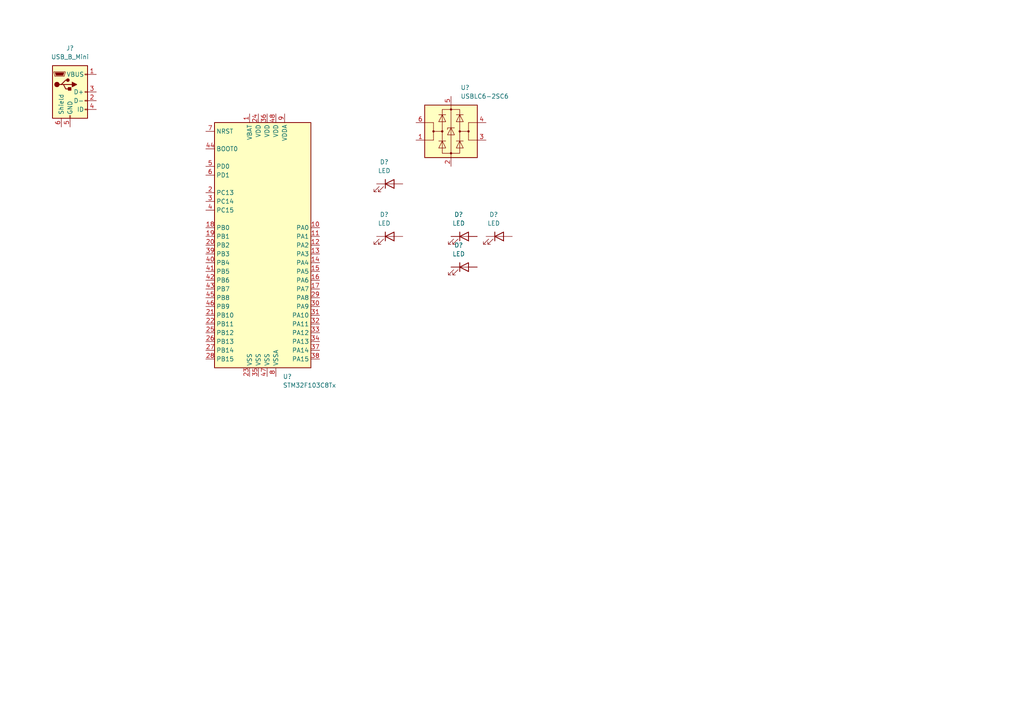
<source format=kicad_sch>
(kicad_sch (version 20211123) (generator eeschema)
  (paper "A4")
  (lib_symbols
    (symbol "Connector:USB_B_Mini" (pin_names (offset 1.016))
      (property "Reference" "J" (at -5.08 11.43 0))
      (property "Value" "USB_B_Mini" (at -5.08 8.89 0))
      (symbol "USB_B_Mini_0_1"
        (rectangle (start -5.08 -7.62) (end 5.08 7.62) (stroke (width 0.254)) (fill (type background)))
        (circle (center -3.81 2.159) (radius 0.635) (stroke (width 0.254)) (fill (type outline)))
        (circle (center -0.635 3.429) (radius 0.381) (stroke (width 0.254)) (fill (type outline)))
        (rectangle (start -0.127 -7.62) (end 0.127 -6.858))
        (polyline (pts (xy -1.905 2.159) (xy 0.635 2.159)) (stroke (width 0.254)))
        (polyline (pts (xy -3.175 2.159) (xy -2.54 2.159) (xy -1.27 3.429) (xy -0.635 3.429)) (stroke (width 0.254)))
        (polyline (pts (xy -2.54 2.159) (xy -1.905 2.159) (xy -1.27 0.889) (xy 0 0.889)) (stroke (width 0.254)))
        (polyline (pts (xy 0.635 2.794) (xy 0.635 1.524) (xy 1.905 2.159) (xy 0.635 2.794)) (stroke (width 0.254)) (fill (type outline)))
        (polyline (pts (xy -4.318 5.588) (xy -1.778 5.588) (xy -2.032 4.826) (xy -4.064 4.826) (xy -4.318 5.588)) (fill (type outline)))
        (polyline (pts (xy -4.699 5.842) (xy -4.699 5.588) (xy -4.445 4.826) (xy -4.445 4.572) (xy -1.651 4.572) (xy -1.651 4.826) (xy -1.397 5.588) (xy -1.397 5.842) (xy -4.699 5.842)))
        (rectangle (start 0.254 1.27) (end -0.508 0.508) (stroke (width 0.254)) (fill (type outline)))
        (rectangle (start 5.08 -5.207) (end 4.318 -4.953))
        (rectangle (start 5.08 -2.667) (end 4.318 -2.413))
        (rectangle (start 5.08 -0.127) (end 4.318 0.127))
        (rectangle (start 5.08 4.953) (end 4.318 5.207))
      )
      (symbol "USB_B_Mini_1_1"
        (pin power_out line (at 7.62 5.08 180) (length 2.54) (name "VBUS") (number "1"))
        (pin bidirectional line (at 7.62 -2.54 180) (length 2.54) (name "D-") (number "2"))
        (pin bidirectional line (at 7.62 0 180) (length 2.54) (name "D+") (number "3"))
        (pin passive line (at 7.62 -5.08 180) (length 2.54) (name "ID") (number "4"))
        (pin power_out line (at 0 -10.16 90) (length 2.54) (name "GND") (number "5"))
        (pin passive line (at -2.54 -10.16 90) (length 2.54) (name "Shield") (number "6"))
      )
    )
    (symbol "Device:LED" (pin_numbers hide) (pin_names (offset 1.016) hide)
      (property "Reference" "D" (at 0 2.54 0))
      (property "Value" "LED" (at 0 -2.54 0))
      (symbol "LED_0_1"
        (polyline (pts (xy -1.27 -1.27) (xy -1.27 1.27)) (stroke (width 0.254)))
        (polyline (pts (xy -1.27 0) (xy 1.27 0)))
        (polyline (pts (xy 1.27 -1.27) (xy 1.27 1.27) (xy -1.27 0) (xy 1.27 -1.27)) (stroke (width 0.254)))
        (polyline (pts (xy -3.048 -0.762) (xy -4.572 -2.286) (xy -3.81 -2.286) (xy -4.572 -2.286) (xy -4.572 -1.524)))
        (polyline (pts (xy -1.778 -0.762) (xy -3.302 -2.286) (xy -2.54 -2.286) (xy -3.302 -2.286) (xy -3.302 -1.524)))
      )
      (symbol "LED_1_1"
        (pin passive line (at -3.81 0 0) (length 2.54) (name "K") (number "1"))
        (pin passive line (at 3.81 0 180) (length 2.54) (name "A") (number "2"))
      )
    )
    (symbol "MCU_ST_STM32F1:STM32F103C8Tx"
      (property "Reference" "U" (at -15.24 36.83 0))
      (property "Value" "STM32F103C8Tx" (at 7.62 36.83 0))
      (symbol "STM32F103C8Tx_0_1"
        (rectangle (start -15.24 -35.56) (end 12.7 35.56) (stroke (width 0.254)) (fill (type background)))
      )
      (symbol "STM32F103C8Tx_1_1"
        (pin power_in line (at -5.08 38.1 270) (length 2.54) (name "VBAT") (number "1"))
        (pin bidirectional line (at 15.24 5.08 180) (length 2.54) (name "PA0") (number "10"))
        (pin bidirectional line (at 15.24 2.54 180) (length 2.54) (name "PA1") (number "11"))
        (pin bidirectional line (at 15.24 0 180) (length 2.54) (name "PA2") (number "12"))
        (pin bidirectional line (at 15.24 -2.54 180) (length 2.54) (name "PA3") (number "13"))
        (pin bidirectional line (at 15.24 -5.08 180) (length 2.54) (name "PA4") (number "14"))
        (pin bidirectional line (at 15.24 -7.62 180) (length 2.54) (name "PA5") (number "15"))
        (pin bidirectional line (at 15.24 -10.16 180) (length 2.54) (name "PA6") (number "16"))
        (pin bidirectional line (at 15.24 -12.7 180) (length 2.54) (name "PA7") (number "17"))
        (pin bidirectional line (at -17.78 5.08 0) (length 2.54) (name "PB0") (number "18"))
        (pin bidirectional line (at -17.78 2.54 0) (length 2.54) (name "PB1") (number "19"))
        (pin bidirectional line (at -17.78 15.24 0) (length 2.54) (name "PC13") (number "2"))
        (pin bidirectional line (at -17.78 0 0) (length 2.54) (name "PB2") (number "20"))
        (pin bidirectional line (at -17.78 -20.32 0) (length 2.54) (name "PB10") (number "21"))
        (pin bidirectional line (at -17.78 -22.86 0) (length 2.54) (name "PB11") (number "22"))
        (pin power_in line (at -5.08 -38.1 90) (length 2.54) (name "VSS") (number "23"))
        (pin power_in line (at -2.54 38.1 270) (length 2.54) (name "VDD") (number "24"))
        (pin bidirectional line (at -17.78 -25.4 0) (length 2.54) (name "PB12") (number "25"))
        (pin bidirectional line (at -17.78 -27.94 0) (length 2.54) (name "PB13") (number "26"))
        (pin bidirectional line (at -17.78 -30.48 0) (length 2.54) (name "PB14") (number "27"))
        (pin bidirectional line (at -17.78 -33.02 0) (length 2.54) (name "PB15") (number "28"))
        (pin bidirectional line (at 15.24 -15.24 180) (length 2.54) (name "PA8") (number "29"))
        (pin bidirectional line (at -17.78 12.7 0) (length 2.54) (name "PC14") (number "3"))
        (pin bidirectional line (at 15.24 -17.78 180) (length 2.54) (name "PA9") (number "30"))
        (pin bidirectional line (at 15.24 -20.32 180) (length 2.54) (name "PA10") (number "31"))
        (pin bidirectional line (at 15.24 -22.86 180) (length 2.54) (name "PA11") (number "32"))
        (pin bidirectional line (at 15.24 -25.4 180) (length 2.54) (name "PA12") (number "33"))
        (pin bidirectional line (at 15.24 -27.94 180) (length 2.54) (name "PA13") (number "34"))
        (pin power_in line (at -2.54 -38.1 90) (length 2.54) (name "VSS") (number "35"))
        (pin power_in line (at 0 38.1 270) (length 2.54) (name "VDD") (number "36"))
        (pin bidirectional line (at 15.24 -30.48 180) (length 2.54) (name "PA14") (number "37"))
        (pin bidirectional line (at 15.24 -33.02 180) (length 2.54) (name "PA15") (number "38"))
        (pin bidirectional line (at -17.78 -2.54 0) (length 2.54) (name "PB3") (number "39"))
        (pin bidirectional line (at -17.78 10.16 0) (length 2.54) (name "PC15") (number "4"))
        (pin bidirectional line (at -17.78 -5.08 0) (length 2.54) (name "PB4") (number "40"))
        (pin bidirectional line (at -17.78 -7.62 0) (length 2.54) (name "PB5") (number "41"))
        (pin bidirectional line (at -17.78 -10.16 0) (length 2.54) (name "PB6") (number "42"))
        (pin bidirectional line (at -17.78 -12.7 0) (length 2.54) (name "PB7") (number "43"))
        (pin input line (at -17.78 27.94 0) (length 2.54) (name "BOOT0") (number "44"))
        (pin bidirectional line (at -17.78 -15.24 0) (length 2.54) (name "PB8") (number "45"))
        (pin bidirectional line (at -17.78 -17.78 0) (length 2.54) (name "PB9") (number "46"))
        (pin power_in line (at 0 -38.1 90) (length 2.54) (name "VSS") (number "47"))
        (pin power_in line (at 2.54 38.1 270) (length 2.54) (name "VDD") (number "48"))
        (pin input line (at -17.78 22.86 0) (length 2.54) (name "PD0") (number "5"))
        (pin input line (at -17.78 20.32 0) (length 2.54) (name "PD1") (number "6"))
        (pin input line (at -17.78 33.02 0) (length 2.54) (name "NRST") (number "7"))
        (pin power_in line (at 2.54 -38.1 90) (length 2.54) (name "VSSA") (number "8"))
        (pin power_in line (at 5.08 38.1 270) (length 2.54) (name "VDDA") (number "9"))
      )
    )
    (symbol "Power_Protection:USBLC6-2SC6" (pin_names hide)
      (property "Reference" "U" (at 2.54 8.89 0))
      (property "Value" "USBLC6-2SC6" (at 2.54 -8.89 0))
      (symbol "USBLC6-2SC6_0_1"
        (rectangle (start -7.62 -7.62) (end 7.62 7.62) (stroke (width 0.254)) (fill (type background)))
        (circle (center -5.08 0) (radius 0.254) (fill (type outline)))
        (circle (center -2.54 0) (radius 0.254) (fill (type outline)))
        (rectangle (start -2.54 6.35) (end 2.54 -6.35))
        (circle (center 0 -6.35) (radius 0.254) (fill (type outline)))
        (polyline (pts (xy -5.08 -2.54) (xy -7.62 -2.54)))
        (polyline (pts (xy -5.08 0) (xy -5.08 -2.54)))
        (polyline (pts (xy -5.08 2.54) (xy -7.62 2.54)))
        (polyline (pts (xy -1.524 -2.794) (xy -3.556 -2.794)))
        (polyline (pts (xy -1.524 4.826) (xy -3.556 4.826)))
        (polyline (pts (xy 0 -7.62) (xy 0 -6.35)))
        (polyline (pts (xy 0 -6.35) (xy 0 1.27)))
        (polyline (pts (xy 0 1.27) (xy 0 6.35)))
        (polyline (pts (xy 0 6.35) (xy 0 7.62)))
        (polyline (pts (xy 1.524 -2.794) (xy 3.556 -2.794)))
        (polyline (pts (xy 1.524 4.826) (xy 3.556 4.826)))
        (polyline (pts (xy 5.08 -2.54) (xy 7.62 -2.54)))
        (polyline (pts (xy 5.08 0) (xy 5.08 -2.54)))
        (polyline (pts (xy 5.08 2.54) (xy 7.62 2.54)))
        (polyline (pts (xy -2.54 0) (xy -5.08 0) (xy -5.08 2.54)))
        (polyline (pts (xy 2.54 0) (xy 5.08 0) (xy 5.08 2.54)))
        (polyline (pts (xy -3.556 -4.826) (xy -1.524 -4.826) (xy -2.54 -2.794) (xy -3.556 -4.826)))
        (polyline (pts (xy -3.556 2.794) (xy -1.524 2.794) (xy -2.54 4.826) (xy -3.556 2.794)))
        (polyline (pts (xy -1.016 -1.016) (xy 1.016 -1.016) (xy 0 1.016) (xy -1.016 -1.016)))
        (polyline (pts (xy 1.016 1.016) (xy 0.762 1.016) (xy -1.016 1.016) (xy -1.016 0.508)))
        (polyline (pts (xy 3.556 -4.826) (xy 1.524 -4.826) (xy 2.54 -2.794) (xy 3.556 -4.826)))
        (polyline (pts (xy 3.556 2.794) (xy 1.524 2.794) (xy 2.54 4.826) (xy 3.556 2.794)))
        (circle (center 0 6.35) (radius 0.254) (fill (type outline)))
        (circle (center 2.54 0) (radius 0.254) (fill (type outline)))
        (circle (center 5.08 0) (radius 0.254) (fill (type outline)))
      )
      (symbol "USBLC6-2SC6_1_1"
        (pin passive line (at -10.16 -2.54 0) (length 2.54) (name "I/O1") (number "1"))
        (pin passive line (at 0 -10.16 90) (length 2.54) (name "GND") (number "2"))
        (pin passive line (at 10.16 -2.54 180) (length 2.54) (name "I/O2") (number "3"))
        (pin passive line (at 10.16 2.54 180) (length 2.54) (name "I/O2") (number "4"))
        (pin passive line (at 0 10.16 270) (length 2.54) (name "VBUS") (number "5"))
        (pin passive line (at -10.16 2.54 0) (length 2.54) (name "I/O1") (number "6"))
      )
    )
  )
  (symbol (lib_id "MCU_ST_STM32F1:STM32F103C8Tx") (at 77.47 71.12 0) (unit 1)
    (property "Reference" "U?" (at 82.0294 109.22 0) (effects (justify left)))
    (property "Value" "STM32F103C8Tx" (at 82.0294 111.76 0) (effects (justify left)))
    (property "Footprint" "Package_QFP:LQFP-48_7x7mm_P0.5mm" (effects hide))
    (property "Datasheet" "http://www.st.com/st-web-ui/static/active/en/resource/technical/document/datasheet/CD00161566.pdf" (effects hide))
  )
  (symbol (lib_id "Device:LED") (at 144.78 68.58 0) (unit 1)
    (property "Reference" "D?" (at 143.1925 62.23 0))
    (property "Value" "LED" (at 143.1925 64.77 0))
  )
  (symbol (lib_id "Power_Protection:USBLC6-2SC6") (at 130.81 38.1 0) (unit 1)
    (property "Reference" "U?" (at 133.5787 25.4 0) (effects (justify left)))
    (property "Value" "USBLC6-2SC6" (at 133.5787 27.94 0) (effects (justify left)))
    (property "Footprint" "Package_TO_SOT_SMD:SOT-23-6" (effects hide))
    (property "Datasheet" "https://www.st.com/resource/en/datasheet/usblc6-2.pdf" (effects hide))
  )
  (symbol (lib_id "Device:LED") (at 113.03 53.34 0) (unit 1)
    (property "Reference" "D?" (at 111.4425 46.99 0))
    (property "Value" "LED" (at 111.4425 49.53 0))
  )
  (symbol (lib_id "Device:LED") (at 134.62 68.58 0) (unit 1)
    (property "Reference" "D?" (at 133.0325 62.23 0))
    (property "Value" "LED" (at 133.0325 64.77 0))
  )
  (symbol (lib_id "Device:LED") (at 113.03 68.58 0) (unit 1)
    (property "Reference" "D?" (at 111.4425 62.23 0))
    (property "Value" "LED" (at 111.4425 64.77 0))
  )
  (symbol (lib_id "Device:LED") (at 134.62 77.47 0) (unit 1)
    (property "Reference" "D?" (at 133.0325 71.12 0))
    (property "Value" "LED" (at 133.0325 73.66 0))
  )
  (symbol (lib_id "Connector:USB_B_Mini") (at 20.32 26.67 0) (unit 1)
    (property "Reference" "J?" (at 20.32 13.97 0))
    (property "Value" "USB_B_Mini" (at 20.32 16.51 0))
  )
)
</source>
